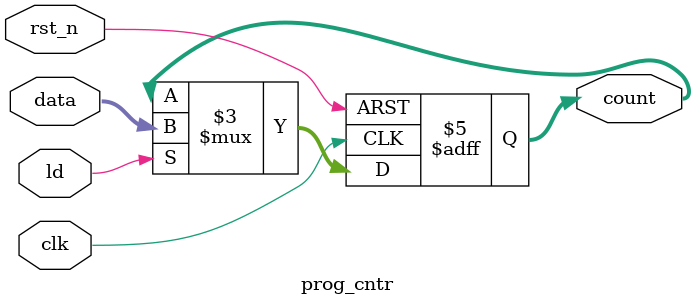
<source format=sv>
`timescale 1ns / 1ps

module prog_cntr(
    input clk,
    input rst_n,
    input ld,
    input logic [31:0] data,
    output logic [31:0] count
    );
    
    always_ff @(posedge clk or negedge rst_n)
    begin
        if (!rst_n)
            count <=  32'h8000_0000;
        else if (ld)
            count <= data;
    end
    
endmodule

</source>
